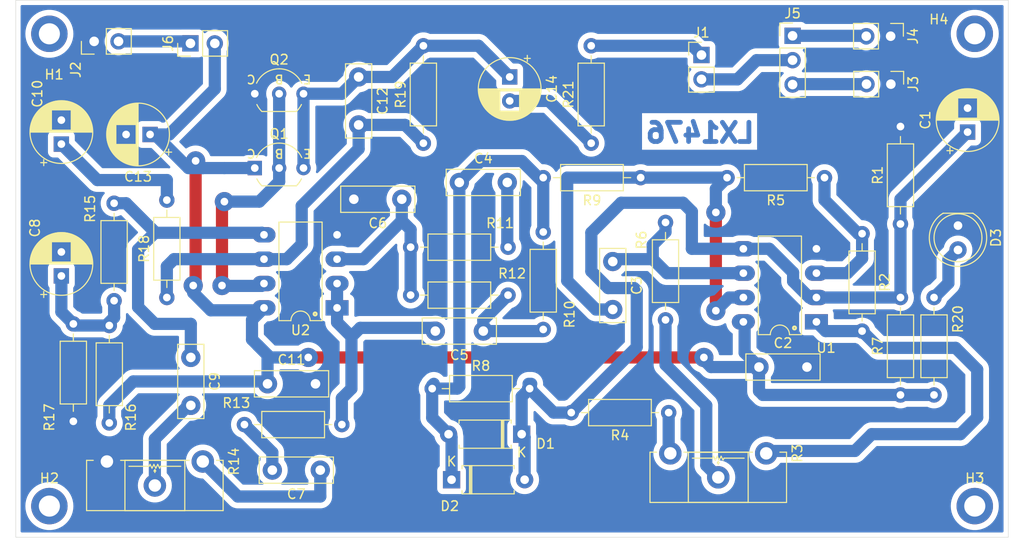
<source format=kicad_pcb>
(kicad_pcb (version 20240108) (generator "pcbnew") (generator_version "8.0")
  (layers (0 "F.Cu" signal) (31 "B.Cu" signal) (34 "B.Paste" user) (35 "F.Paste" user) (36 "B.SilkS" user "B.Silkscreen") (37 "F.SilkS" user "F.Silkscreen") (38 "B.Mask" user) (39 "F.Mask" user) (44 "Edge.Cuts" user))
  (net 0 "")
  (net 1 "GND")
  (net 2 "Net-(D1-K)")
  (net 3 "Net-(J6-Pin_2)")
  (net 4 "Net-(C3-Pad2)")
  (net 5 "Net-(U1B--)")
  (net 6 "Net-(D1-A)")
  (net 7 "Net-(C4-Pad2)")
  (net 8 "Net-(C5-Pad1)")
  (net 9 "Net-(U2A--)")
  (net 10 "Net-(U2A-+)")
  (net 11 "Net-(C7-Pad2)")
  (net 12 "Net-(C7-Pad1)")
  (net 13 "Net-(C8-Pad1)")
  (net 14 "Net-(U2B-+)")
  (net 15 "Net-(C9-Pad2)")
  (net 16 "Net-(C10-Pad1)")
  (net 17 "Net-(Q1-E)")
  (net 18 "Net-(U2B--)")
  (net 19 "Net-(C14-Pad2)")
  (net 20 "Net-(D3-A)")
  (net 21 "Net-(J1-Pin_1)")
  (net 22 "Net-(J1-Pin_2)")
  (net 23 "Net-(J2-Pin_2)")
  (net 24 "Net-(J3-Pin_2)")
  (net 25 "Net-(J4-Pin_2)")
  (net 26 "Net-(Q1-B)")
  (net 27 "Net-(R2-Pad2)")
  (net 28 "Net-(U1A-+)")
  (net 29 "Net-(R3-Pad3)")
  (net 30 "Net-(R3-Pad2)")
  (footprint "MountingHole:MountingHole_2.2mm_M2_ISO14580_Pad" (layer "F.Cu") (at 199.5 118.75)
    (property "Reference" "H3" (at 0 -2.9 0) (layer "F.SilkS"))
    (property "Value" "MountingHole")
    (pad "1" thru_hole circle (at 0 0) (size 3.8 3.8) (drill 2.2) (layers "*.Cu" "*.Mask"))
  )
  (footprint "Capacitor_THT:CP_Radial_D6.3mm_P2.50mm" (layer "F.Cu") (at 151 74 -90)
    (property "Reference" "C14" (at 1.25 -4.4 90) (layer "F.SilkS"))
    (property "Value" "220u")
    (pad "1" thru_hole rect (at 0 0 270) (size 1.6 1.6) (drill 0.8) (layers "*.Cu" "*.Mask") (net 17 "Net-(Q1-E)"))
    (pad "2" thru_hole circle (at 2.5 0 270) (size 1.6 1.6) (drill 0.8) (layers "*.Cu" "*.Mask") (net 19 "Net-(C14-Pad2)"))
  )
  (footprint "PCM_Package_TO_SOT_THT_AKL:TO-92_Inline_Wide_CBE" (layer "F.Cu") (at 124.42 75.75)
    (property "Reference" "Q2" (at 2.54 -3.56 0) (layer "F.SilkS"))
    (property "Value" "BC557" (hide yes))
    (fp_text user "E" (at 5.461 -1.524 180) (layer "F.SilkS") (effects (font (size 0.9 0.9))))
    (fp_text user "C" (at -0.381 -1.524 180) (layer "F.SilkS") (effects (font (size 0.9 0.9))))
    (fp_text user "B" (at 2.54 -1.524 180) (layer "F.SilkS") (effects (font (size 0.9 0.9))))
    (pad "1" thru_hole rect (at 0 0 90) (size 1.5 1.5) (drill 0.8) (layers "*.Cu" "*.Mask") (net 1 "GND"))
    (pad "2" thru_hole circle (at 2.54 0 90) (size 1.5 1.5) (drill 0.8) (layers "*.Cu" "*.Mask") (net 26 "Net-(Q1-B)"))
    (pad "3" thru_hole circle (at 5.08 0 90) (size 1.5 1.5) (drill 0.8) (layers "*.Cu" "*.Mask") (net 17 "Net-(Q1-E)"))
  )
  (footprint "Resistor_THT:R_Axial_DIN0207_L6.3mm_D2.5mm_P10.16mm_Horizontal" (layer "F.Cu") (at 183.83 84.5 180)
    (property "Reference" "R5" (at 5.08 -2.37 0) (layer "F.SilkS"))
    (property "Value" "5.6k")
    (pad "1" thru_hole circle (at 0 0 180) (size 1.6 1.6) (drill 0.8) (layers "*.Cu" "*.Mask") (net 28 "Net-(U1A-+)"))
    (pad "2" thru_hole oval (at 10.16 0 180) (size 1.6 1.6) (drill 0.8) (layers "*.Cu" "*.Mask") (net 4 "Net-(C3-Pad2)"))
  )
  (footprint "Resistor_THT:R_Axial_DIN0207_L6.3mm_D2.5mm_P10.16mm_Horizontal" (layer "F.Cu") (at 167.58 109 180)
    (property "Reference" "R4" (at 5.08 -2.37 0) (layer "F.SilkS"))
    (property "Value" "8.2k")
    (pad "1" thru_hole circle (at 0 0 180) (size 1.6 1.6) (drill 0.8) (layers "*.Cu" "*.Mask") (net 29 "Net-(R3-Pad3)"))
    (pad "2" thru_hole oval (at 10.16 0 180) (size 1.6 1.6) (drill 0.8) (layers "*.Cu" "*.Mask") (net 2 "Net-(D1-K)"))
  )
  (footprint "Resistor_THT:R_Axial_DIN0207_L6.3mm_D2.5mm_P10.16mm_Horizontal" (layer "F.Cu") (at 154.5 100.33 90)
    (property "Reference" "R10" (at 1.58 2.75 90) (layer "F.SilkS"))
    (property "Value" "47k")
    (pad "1" thru_hole circle (at 0 0 90) (size 1.6 1.6) (drill 0.8) (layers "*.Cu" "*.Mask") (net 8 "Net-(C5-Pad1)"))
    (pad "2" thru_hole oval (at 10.16 0 90) (size 1.6 1.6) (drill 0.8) (layers "*.Cu" "*.Mask") (net 6 "Net-(D1-A)"))
  )
  (footprint "Resistor_THT:R_Axial_DIN0207_L6.3mm_D2.5mm_P10.16mm_Horizontal" (layer "F.Cu") (at 105.5 99.75 -90)
    (property "Reference" "R17" (at 9.75 2.5 90) (layer "F.SilkS"))
    (property "Value" "10k")
    (pad "1" thru_hole circle (at 0 0 270) (size 1.6 1.6) (drill 0.8) (layers "*.Cu" "*.Mask") (net 13 "Net-(C8-Pad1)"))
    (pad "2" thru_hole oval (at 10.16 0 270) (size 1.6 1.6) (drill 0.8) (layers "*.Cu" "*.Mask") (net 1 "GND"))
  )
  (footprint "Capacitor_THT:C_Disc_D7.5mm_W2.5mm_P5.00mm" (layer "F.Cu") (at 117.75 103.25 -90)
    (property "Reference" "C9" (at 2.5 -2.5 90) (layer "F.SilkS"))
    (property "Value" "220n")
    (pad "1" thru_hole circle (at 0 0 270) (size 2 2) (drill 1) (layers "*.Cu" "*.Mask") (net 14 "Net-(U2B-+)"))
    (pad "2" thru_hole circle (at 5 0 270) (size 2 2) (drill 1) (layers "*.Cu" "*.Mask") (net 15 "Net-(C9-Pad2)"))
  )
  (footprint "MountingHole:MountingHole_2.2mm_M2_ISO14580_Pad" (layer "F.Cu") (at 103 118.75)
    (property "Reference" "H2" (at 0 -2.9 0) (layer "F.SilkS"))
    (property "Value" "MountingHole")
    (pad "1" thru_hole circle (at 0 0) (size 3.8 3.8) (drill 2.2) (layers "*.Cu" "*.Mask"))
  )
  (footprint "Resistor_THT:R_Axial_DIN0207_L6.3mm_D2.5mm_P10.16mm_Horizontal" (layer "F.Cu") (at 191.75 107.16 90)
    (property "Reference" "R7" (at 5.08 -2.37 90) (layer "F.SilkS"))
    (property "Value" "10k")
    (pad "1" thru_hole circle (at 0 0 90) (size 1.6 1.6) (drill 0.8) (layers "*.Cu" "*.Mask") (net 3 "Net-(J6-Pin_2)"))
    (pad "2" thru_hole oval (at 10.16 0 90) (size 1.6 1.6) (drill 0.8) (layers "*.Cu" "*.Mask") (net 2 "Net-(D1-K)"))
  )
  (footprint "MountingHole:MountingHole_2.2mm_M2_ISO14580_Pad" (layer "F.Cu") (at 103 69.5)
    (property "Reference" "H1" (at 0.5 4.25 0) (layer "F.SilkS"))
    (property "Value" "MountingHole")
    (pad "1" thru_hole circle (at 0 0) (size 3.8 3.8) (drill 2.2) (layers "*.Cu" "*.Mask"))
  )
  (footprint "Connector_PinHeader_2.54mm:PinHeader_1x02_P2.54mm_Vertical" (layer "F.Cu") (at 107.67 70.29 90)
    (property "Reference" "J2" (at -2.96 -1.92 90) (layer "F.SilkS"))
    (property "Value" "alim")
    (pad "1" thru_hole rect (at 0 0 90) (size 1.7 1.7) (drill 1) (layers "*.Cu" "*.Mask") (net 1 "GND"))
    (pad "2" thru_hole oval (at 0 2.54 90) (size 1.7 1.7) (drill 1) (layers "*.Cu" "*.Mask") (net 23 "Net-(J2-Pin_2)"))
  )
  (footprint "MountingHole:MountingHole_2.2mm_M2_ISO14580_Pad" (layer "F.Cu") (at 199.5 69.5)
    (property "Reference" "H4" (at -3.75 -1.5 0) (layer "F.SilkS"))
    (property "Value" "MountingHole")
    (pad "1" thru_hole circle (at 0 0) (size 3.8 3.8) (drill 2.2) (layers "*.Cu" "*.Mask"))
  )
  (footprint "Connector_PinHeader_2.54mm:PinHeader_1x02_P2.54mm_Vertical" (layer "F.Cu") (at 190.75 74.75 -90)
    (property "Reference" "J3" (at 0 -2.33 90) (layer "F.SilkS"))
    (property "Value" "altop")
    (pad "1" thru_hole rect (at 0 0 270) (size 1.7 1.7) (drill 1) (layers "*.Cu" "*.Mask") (net 1 "GND"))
    (pad "2" thru_hole oval (at 0 2.54 270) (size 1.7 1.7) (drill 1) (layers "*.Cu" "*.Mask") (net 24 "Net-(J3-Pin_2)"))
  )
  (footprint "Capacitor_THT:C_Disc_D7.5mm_W2.5mm_P5.00mm" (layer "F.Cu") (at 135.25 74 -90)
    (property "Reference" "C12" (at 2.5 -2.5 90) (layer "F.SilkS"))
    (property "Value" "2.2n")
    (pad "1" thru_hole circle (at 0 0 270) (size 2 2) (drill 1) (layers "*.Cu" "*.Mask") (net 17 "Net-(Q1-E)"))
    (pad "2" thru_hole circle (at 5 0 270) (size 2 2) (drill 1) (layers "*.Cu" "*.Mask") (net 18 "Net-(U2B--)"))
  )
  (footprint "Connector_PinHeader_2.54mm:PinHeader_1x02_P2.54mm_Vertical" (layer "F.Cu") (at 190.725 69.75 -90)
    (property "Reference" "J4" (at 0 -2.33 90) (layer "F.SilkS"))
    (property "Value" "cuffia")
    (pad "1" thru_hole rect (at 0 0 270) (size 1.7 1.7) (drill 1) (layers "*.Cu" "*.Mask") (net 1 "GND"))
    (pad "2" thru_hole oval (at 0 2.54 270) (size 1.7 1.7) (drill 1) (layers "*.Cu" "*.Mask") (net 25 "Net-(J4-Pin_2)"))
  )
  (footprint "PCM_Potentiometer_THT_US_AKL:Potentiometer_ACP_CA14-H2,5_Horizontal" (layer "F.Cu") (at 119 114.1 -90)
    (property "Reference" "R14" (at 0 -3.25 -90) (layer "F.SilkS"))
    (property "Value" "47k" (hide yes))
    (pad "1" thru_hole circle (at 0 0 270) (size 2.34 2.34) (drill 1.3) (layers "*.Cu" "*.Mask") (net 12 "Net-(C7-Pad1)"))
    (pad "2" thru_hole circle (at 2.5 5 270) (size 2.34 2.34) (drill 1.3) (layers "*.Cu" "*.Mask") (net 15 "Net-(C9-Pad2)"))
    (pad "3" thru_hole circle (at 0 10 270) (size 2.34 2.34) (drill 1.3) (layers "*.Cu" "*.Mask") (net 1 "GND"))
  )
  (footprint "Resistor_THT:R_Axial_DIN0207_L6.3mm_D2.5mm_P10.16mm_Horizontal" (layer "F.Cu") (at 187.75 90.34 -90)
    (property "Reference" "R2" (at 5.08 -2.37 90) (layer "F.SilkS"))
    (property "Value" "10k")
    (pad "1" thru_hole circle (at 0 0 270) (size 1.6 1.6) (drill 0.8) (layers "*.Cu" "*.Mask") (net 28 "Net-(U1A-+)"))
    (pad "2" thru_hole oval (at 10.16 0 270) (size 1.6 1.6) (drill 0.8) (layers "*.Cu" "*.Mask") (net 27 "Net-(R2-Pad2)"))
  )
  (footprint "Capacitor_THT:CP_Radial_D6.3mm_P2.50mm" (layer "F.Cu") (at 104.25 81 90)
    (property "Reference" "C10" (at 5.25 -2.5 90) (layer "F.SilkS"))
    (property "Value" "10u")
    (pad "1" thru_hole rect (at 0 0 90) (size 1.6 1.6) (drill 0.8) (layers "*.Cu" "*.Mask") (net 16 "Net-(C10-Pad1)"))
    (pad "2" thru_hole circle (at 2.5 0 90) (size 1.6 1.6) (drill 0.8) (layers "*.Cu" "*.Mask") (net 1 "GND"))
  )
  (footprint "Connector_PinHeader_2.54mm:PinHeader_1x03_P2.54mm_Vertical" (layer "F.Cu") (at 180.5 69.71)
    (property "Reference" "J5" (at 0 -2.33 0) (layer "F.SilkS"))
    (property "Value" "sw a/c")
    (pad "1" thru_hole rect (at 0 0) (size 1.7 1.7) (drill 1) (layers "*.Cu" "*.Mask") (net 25 "Net-(J4-Pin_2)"))
    (pad "2" thru_hole oval (at 0 2.54) (size 1.7 1.7) (drill 1) (layers "*.Cu" "*.Mask") (net 22 "Net-(J1-Pin_2)"))
    (pad "3" thru_hole oval (at 0 5.08) (size 1.7 1.7) (drill 1) (layers "*.Cu" "*.Mask") (net 24 "Net-(J3-Pin_2)"))
  )
  (footprint "Capacitor_THT:C_Disc_D7.5mm_W2.5mm_P5.00mm" (layer "F.Cu") (at 139.75 86.75 180)
    (property "Reference" "C6" (at 2.5 -2.5 0) (layer "F.SilkS"))
    (property "Value" "2.2n")
    (pad "1" thru_hole circle (at 0 0 180) (size 2 2) (drill 1) (layers "*.Cu" "*.Mask") (net 10 "Net-(U2A-+)"))
    (pad "2" thru_hole circle (at 5 0 180) (size 2 2) (drill 1) (layers "*.Cu" "*.Mask") (net 1 "GND"))
  )
  (footprint "Capacitor_THT:C_Disc_D7.5mm_W2.5mm_P5.00mm" (layer "F.Cu") (at 161.75 93.25 -90)
    (property "Reference" "C3" (at 2.5 -2.5 90) (layer "F.SilkS"))
    (property "Value" "47n")
    (pad "1" thru_hole circle (at 0 0 270) (size 2 2) (drill 1) (layers "*.Cu" "*.Mask") (net 5 "Net-(U1B--)"))
    (pad "2" thru_hole circle (at 5 0 270) (size 2 2) (drill 1) (layers "*.Cu" "*.Mask") (net 4 "Net-(C3-Pad2)"))
  )
  (footprint "Resistor_THT:R_Axial_DIN0207_L6.3mm_D2.5mm_P10.16mm_Horizontal" (layer "F.Cu") (at 164.66 84.5 180)
    (property "Reference" "R9" (at 5.08 -2.37 0) (layer "F.SilkS"))
    (property "Value" "100k")
    (pad "1" thru_hole circle (at 0 0 180) (size 1.6 1.6) (drill 0.8) (layers "*.Cu" "*.Mask") (net 4 "Net-(C3-Pad2)"))
    (pad "2" thru_hole oval (at 10.16 0 180) (size 1.6 1.6) (drill 0.8) (layers "*.Cu" "*.Mask") (net 6 "Net-(D1-A)"))
  )
  (footprint "PCM_Package_TO_SOT_THT_AKL:TO-92_Inline_Wide_CBE" (layer "F.Cu") (at 124.42 83.5)
    (property "Reference" "Q1" (at 2.54 -3.56 0) (layer "F.SilkS"))
    (property "Value" "BC547" (hide yes))
    (fp_text user "B" (at 2.54 -1.524 180) (layer "F.SilkS") (effects (font (size 0.9 0.9))))
    (fp_text user "C" (at -0.381 -1.524 180) (layer "F.SilkS") (effects (font (size 0.9 0.9))))
    (fp_text user "E" (at 5.461 -1.524 180) (layer "F.SilkS") (effects (font (size 0.9 0.9))))
    (pad "1" thru_hole rect (at 0 0 90) (size 1.5 1.5) (drill 0.8) (layers "*.Cu" "*.Mask") (net 3 "Net-(J6-Pin_2)"))
    (pad "2" thru_hole circle (at 2.54 0 90) (size 1.5 1.5) (drill 0.8) (layers "*.Cu" "*.Mask") (net 26 "Net-(Q1-B)"))
    (pad "3" thru_hole circle (at 5.08 0 90) (size 1.5 1.5) (drill 0.8) (layers "*.Cu" "*.Mask") (net 17 "Net-(Q1-E)"))
  )
  (footprint "Capacitor_THT:CP_Radial_D6.3mm_P2.50mm" (layer "F.Cu") (at 104.25 94.75 90)
    (property "Reference" "C8" (at 5 -2.75 90) (layer "F.SilkS"))
    (property "Value" "10u")
    (pad "1" thru_hole rect (at 0 0 90) (size 1.6 1.6) (drill 0.8) (layers "*.Cu" "*.Mask") (net 13 "Net-(C8-Pad1)"))
    (pad "2" thru_hole circle (at 2.5 0 90) (size 1.6 1.6) (drill 0.8) (layers "*.Cu" "*.Mask") (net 1 "GND"))
  )
  (footprint "Diode_THT:D_A-405_P7.62mm_Horizontal" (layer "F.Cu") (at 144.94 116)
    (property "Reference" "D2" (at -0.19 2.75 0) (layer "F.SilkS"))
    (property "Value" "1n4150")
    (fp_text user "K" (at 0 -1.9 0) (layer "F.SilkS"))
    (pad "1" thru_hole rect (at 0 0) (size 1.8 1.8) (drill 0.9) (layers "*.Cu" "*.Mask") (net 6 "Net-(D1-A)"))
    (pad "2" thru_hole oval (at 7.62 0) (size 1.8 1.8) (drill 0.9) (layers "*.Cu" "*.Mask") (net 2 "Net-(D1-K)"))
  )
  (footprint "LED_THT:LED_D5.0mm_Clear" (layer "F.Cu") (at 197.75 89.5 -90)
    (property "Reference" "D3" (at 1.27 -3.96 90) (layer "F.SilkS"))
    (property "Value" "LED")
    (pad "1" thru_hole rect (at 0 0 270) (size 1.8 1.8) (drill 0.9) (layers "*.Cu" "*.Mask") (net 1 "GND"))
    (pad "2" thru_hole circle (at 2.54 0 270) (size 1.8 1.8) (drill 0.9) (layers "*.Cu" "*.Mask") (net 20 "Net-(D3-A)"))
  )
  (footprint "Capacitor_THT:CP_Radial_D6.3mm_P2.50mm" (layer "F.Cu") (at 198.75 79.75 90)
    (property "Reference" "C1" (at 1.25 -4.4 90) (layer "F.SilkS"))
    (property "Value" "10u")
    (pad "1" thru_hole rect (at 0 0 90) (size 1.6 1.6) (drill 0.8) (layers "*.Cu" "*.Mask") (net 2 "Net-(D1-K)"))
    (pad "2" thru_hole circle (at 2.5 0 90) (size 1.6 1.6) (drill 0.8) (layers "*.Cu" "*.Mask") (net 1 "GND"))
  )
  (footprint "Diode_THT:D_A-405_P7.62mm_Horizontal" (layer "F.Cu") (at 152.25 111.25 180)
    (property "Reference" "D1" (at -2.5 -1 0) (layer "F.SilkS"))
    (property "Value" "1n4150")
    (fp_text user "K" (at 0 -1.9 0) (layer "F.SilkS"))
    (pad "1" thru_hole rect (at 0 0 180) (size 1.8 1.8) (drill 0.9) (layers "*.Cu" "*.Mask") (net 2 "Net-(D1-K)"))
    (pad "2" thru_hole oval (at 7.62 0 180) (size 1.8 1.8) (drill 0.9) (layers "*.Cu" "*.Mask") (net 6 "Net-(D1-A)"))
  )
  (footprint "PCM_Package_DIP_AKL:DIP-8_W7.62mm_LongPads" (layer "F.Cu") (at 182.987925 99.54 180)
    (property "Reference" "U1" (at -1.012075 -2.71 0) (layer "F.SilkS"))
    (property "Value" "NE5532AP" (hide yes))
    (pad "1" thru_hole rect (at 0 0 180) (size 2.4 1.6) (drill 0.8) (layers "*.Cu" "*.Mask") (net 27 "Net-(R2-Pad2)"))
    (pad "2" thru_hole oval (at 0 2.54 180) (size 2.4 1.6) (drill 0.8) (layers "*.Cu" "*.Mask") (net 2 "Net-(D1-K)"))
    (pad "3" thru_hole oval (at 0 5.08 180) (size 2.4 1.6) (drill 0.8) (layers "*.Cu" "*.Mask") (net 28 "Net-(U1A-+)"))
    (pad "4" thru_hole oval (at 0 7.62 180) (size 2.4 1.6) (drill 0.8) (layers "*.Cu" "*.Mask") (net 1 "GND"))
    (pad "5" thru_hole oval (at 7.62 7.62 180) (size 2.4 1.6) (drill 0.8) (layers "*.Cu" "*.Mask") (net 2 "Net-(D1-K)"))
    (pad "6" thru_hole oval (at 7.62 5.08 180) (size 2.4 1.6) (drill 0.8) (layers "*.Cu" "*.Mask") (net 5 "Net-(U1B--)"))
    (pad "7" thru_hole oval (at 7.62 2.54 180) (size 2.4 1.6) (drill 0.8) (layers "*.Cu" "*.Mask") (net 4 "Net-(C3-Pad2)"))
    (pad "8" thru_hole oval (at 7.62 0 180) (size 2.4 1.6) (drill 0.8) (layers "*.Cu" "*.Mask") (net 3 "Net-(J6-Pin_2)"))
  )
  (footprint "Resistor_THT:R_Axial_DIN0207_L6.3mm_D2.5mm_P10.16mm_Horizontal" (layer "F.Cu") (at 159.5 80.91 90)
    (property "Reference" "R21" (at 5.08 -2.37 90) (layer "F.SilkS"))
    (property "Value" "1")
    (pad "1" thru_hole circle (at 0 0 90) (size 1.6 1.6) (drill 0.8) (layers "*.Cu" "*.Mask") (net 19 "Net-(C14-Pad2)"))
    (pad "2" thru_hole oval (at 10.16 0 90) (size 1.6 1.6) (drill 0.8) (layers "*.Cu" "*.Mask") (net 21 "Net-(J1-Pin_1)"))
  )
  (footprint "Resistor_THT:R_Axial_DIN0207_L6.3mm_D2.5mm_P10.16mm_Horizontal" (layer "F.Cu") (at 195.25 107.16 90)
    (property "Reference" "R20" (at 7.91 2.5 90) (layer "F.SilkS"))
    (property "Value" "1k")
    (pad "1" thru_hole circle (at 0 0 90) (size 1.6 1.6) (drill 0.8) (layers "*.Cu" "*.Mask") (net 3 "Net-(J6-Pin_2)"))
    (pad "2" thru_hole oval (at 10.16 0 90) (size 1.6 1.6) (drill 0.8) (layers "*.Cu" "*.Mask") (net 20 "Net-(D3-A)"))
  )
  (footprint "Resistor_THT:R_Axial_DIN0207_L6.3mm_D2.5mm_P10.16mm_Horizontal" (layer "F.Cu") (at 123.34 110.25)
    (property "Reference" "R13" (at -0.84 -2.25 0) (layer "F.SilkS"))
    (property "Value" "1k")
    (pad "1" thru_hole circle (at 0 0) (size 1.6 1.6) (drill 0.8) (layers "*.Cu" "*.Mask") (net 11 "Net-(C7-Pad2)"))
    (pad "2" thru_hole oval (at 10.16 0) (size 1.6 1.6) (drill 0.8) (layers "*.Cu" "*.Mask") (net 9 "Net-(U2A--)"))
  )
  (footprint "Connector_PinHeader_2.54mm:PinHeader_1x02_P2.54mm_Vertical" (layer "F.Cu") (at 171 71.71)
    (property "Reference" "J1" (at 0 -2.33 0) (layer "F.SilkS"))
    (property "Value" "tasto")
    (pad "1" thru_hole rect (at 0 0) (size 1.7 1.7) (drill 1) (layers "*.Cu" "*.Mask") (net 21 "Net-(J1-Pin_1)"))
    (pad "2" thru_hole oval (at 0 2.54) (size 1.7 1.7) (drill 1) (layers "*.Cu" "*.Mask") (net 22 "Net-(J1-Pin_2)"))
  )
  (footprint "Resistor_THT:R_Axial_DIN0207_L6.3mm_D2.5mm_P10.16mm_Horizontal" (layer "F.Cu") (at 109.75 97.33 90)
    (property "Reference" "R15" (at 9.58 -2.5 90) (layer "F.SilkS"))
    (property "Value" "47k")
    (pad "1" thru_hole circle (at 0 0 90) (size 1.6 1.6) (drill 0.8) (layers "*.Cu" "*.Mask") (net 13 "Net-(C8-Pad1)"))
    (pad "2" thru_hole oval (at 10.16 0 90) (size 1.6 1.6) (drill 0.8) (layers "*.Cu" "*.Mask") (net 14 "Net-(U2B-+)"))
  )
  (footprint "Capacitor_THT:C_Disc_D7.5mm_W2.5mm_P5.00mm" (layer "F.Cu") (at 145.75 85)
    (property "Reference" "C4" (at 2.5 -2.5 0) (layer "F.SilkS"))
    (property "Value" "47n")
    (pad "1" thru_hole circle (at 0 0) (size 2 2) (drill 1) (layers "*.Cu" "*.Mask") (net 6 "Net-(D1-A)"))
    (pad "2" thru_hole circle (at 5 0) (size 2 2) (drill 1) (layers "*.Cu" "*.Mask") (net 7 "Net-(C4-Pad2)"))
  )
  (footprint "PCM_Package_DIP_AKL:DIP-8_W7.62mm_LongPads" (layer "F.Cu") (at 133 98.08 180)
    (property "Reference" "U2" (at 3.81 -2.33 0) (layer "F.SilkS"))
    (property "Value" "NE5532AP" (hide yes))
    (pad "1" thru_hole rect (at 0 0 180) (size 2.4 1.6) (drill 0.8) (layers "*.Cu" "*.Mask") (net 9 "Net-(U2A--)"))
    (pad "2" thru_hole oval (at 0 2.54 180) (size 2.4 1.6) (drill 0.8) (layers "*.Cu" "*.Mask") (net 9 "Net-(U2A--)"))
    (pad "3" thru_hole oval (at 0 5.08 180) (size 2.4 1.6) (drill 0.8) (layers "*.Cu" "*.Mask") (net 10 "Net-(U2A-+)"))
    (pad "4" thru_hole oval (at 0 7.62 180) (size 2.4 1.6) (drill 0.8) (layers "*.Cu" "*.Mask") (net 1 "GND"))
    (pad "5" thru_hole oval (at 7.62 7.62 180) (size 2.4 1.6) (drill 0.8) (layers "*.Cu" "*.Mask") (net 14 "Net-(U2B-+)"))
    (pad "6" thru_hole oval (at 7.62 5.08 180) (size 2.4 1.6) (drill 0.8) (layers "*.Cu" "*.Mask") (net 18 "Net-(U2B--)"))
    (pad "7" thru_hole oval (at 7.62 2.54 180) (size 2.4 1.6) (drill 0.8) (layers "*.Cu" "*.Mask") (net 26 "Net-(Q1-B)"))
    (pad "8" thru_hole oval (at 7.62 0 180) (size 2.4 1.6) (drill 0.8) (layers "*.Cu" "*.Mask") (net 3 "Net-(J6-Pin_2)"))
  )
  (footprint "Resistor_THT:R_Axial_DIN0207_L6.3mm_D2.5mm_P10.16mm_Horizontal" (layer "F.Cu") (at 167.25 99.33 90)
    (property "Reference" "R6" (at 8.33 -2.5 90) (layer "F.SilkS"))
    (property "Value" "8.2k")
    (pad "1" thru_hole circle (at 0 0 90) (size 1.6 1.6) (drill 0.8) (layers "*.Cu" "*.Mask") (net 30 "Net-(R3-Pad2)"))
    (pad "2" thru_hole oval (at 10.16 0 90) (size 1.6 1.6) (drill 0.8) (layers "*.Cu" "*.Mask") (net 5 "Net-(U1B--)"))
  )
  (footprint "Resistor_THT:R_Axial_DIN0207_L6.3mm_D2.5mm_P10.16mm_Horizontal" (layer "F.Cu") (at 191.75 89.33 90)
    (property "Reference" "R1" (at 5.08 -2.37 90) (layer "F.SilkS"))
    (property "Value" "10k")
    (pad "1" thru_hole circle (at 0 0 90) (size 1.6 1.6) (drill 0.8) (layers "*.Cu" "*.Mask") (net 2 "Net-(D1-K)"))
    (pad "2" thru_hole oval (at 10.16 0 90) (size 1.6 1.6) (drill 0.8) (layers "*.Cu" "*.Mask") (net 1 "GND"))
  )
  (footprint "Resistor_THT:R_Axial_DIN0207_L6.3mm_D2.5mm_P10.16mm_Horizontal" (layer "F.Cu") (at 142 80.91 90)
    (property "Reference" "R19" (at 5.08 -2.37 90) (layer "F.SilkS"))
    (property "Value" "47k")
    (pad "1" thru_hole circle (at 0 0 90) (size 1.6 1.6) (drill 0.8) (layers "*.Cu" "*.Mask") (net 18 "Net-(U2B--)"))
    (pad "2" thru_hole oval (at 10.16 0 90) (size 1.6 1.6) (drill 0.8) (layers "*.Cu" "*.Mask") (net 17 "Net-(Q1-E)"))
  )
  (footprint "Capacitor_THT:CP_Radial_D6.3mm_P2.50mm" (layer "F.Cu") (at 113.5 80 180)
    (property "Reference" "C13" (at 1.25 -4.4 0) (layer "F.SilkS"))
    (property "Value" "100u")
    (pad "1" thru_hole rect (at 0 0 180) (size 1.6 1.6) (drill 0.8) (layers "*.Cu" "*.Mask") (net 3 "Net-(J6-Pin_2)"))
    (pad "2" thru_hole circle (at 2.5 0 180) (size 1.6 1.6) (drill 0.8) (layers "*.Cu" "*.Mask") (net 1 "GND"))
  )
  (footprint "Resistor_THT:R_Axial_DIN0207_L6.3mm_D2.5mm_P10.16mm_Horizontal" (layer "F.Cu") (at 150.83 91.75 180)
    (property "Reference" "R11" (at 0.83 2.5 0) (layer "F.SilkS"))
    (property "Value" "6.8k")
    (pad "1" thru_hole circle (at 0 0 180) (size 1.6 1.6) (drill 0.8) (layers "*.Cu" "*.Mask") (net 7 "Net-(C4-Pad2)"))
    (pad "2" thru_hole oval (at 10.16 0 180) (size 1.6 1.6) (drill 0.8) (layers "*.Cu" "*.Mask") (net 10 "Net-(U2A-+)"))
  )
  (footprint "Resistor_THT:R_Axial_DIN0207_L6.3mm_D2.5mm_P10.16mm_Horizontal" (layer "F.Cu") (at 142.92 106.5)
    (property "Reference" "R8" (at 5.08 -2.37 0) (layer "F.SilkS"))
    (property "Value" "47k")
    (pad "1" thru_hole circle (at 0 0) (size 1.6 1.6) (drill 0.8) (layers "*.Cu" "*.Mask") (net 6 "Net-(D1-A)"))
    (pad "2" thru_hole oval (at 10.16 0) (size 1.6 1.6) (drill 0.8) (layers "*.Cu" "*.Mask") (net 2 "Net-(D1-K)"))
  )
  (footprint "PCM_Potentiometer_THT_US_AKL:Potentiometer_ACP_CA14-H2,5_Horizontal" (layer "F.Cu") (at 177.75 113.25 -90)
    (property "Reference" "R3" (at 0 -3.25 -90) (layer "F.SilkS"))
    (property "Value" "4.7k" (hide yes))
    (pad "1" thru_hole circle (at 0 0 270) (size 2.34 2.34) (drill 1.3) (layers "*.Cu" "*.Mask") (net 27 "Net-(R2-Pad2)"))
    (pad "2" thru_hole circle (at 2.5 5 270) (size 2.34 2.34) (drill 1.3) (layers "*.Cu" "*.Mask") (net 30 "Net-(R3-Pad2)"))
    (pad "3" thru_hole circle (at 0 10 270) (size 2.34 2.34) (drill 1.3) (layers "*.Cu" "*.Mask") (net 29 "Net-(R3-Pad3)"))
  )
  (footprint "Resistor_THT:R_Axial_DIN0207_L6.3mm_D2.5mm_P10.16mm_Horizontal" (layer "F.Cu") (at 115.25 97 90)
    (property "Reference" "R18" (at 5.08 -2.37 90) (layer "F.SilkS"))
    (property "Value" "3.9k")
    (pad "1" thru_hole circle (at 0 0 90) (size 1.6 1.6) (drill 0.8) (layers "*.Cu" "*.Mask") (net 18 "Net-(U2B--)"))
    (pad "2" thru_hole oval (at 10.16 0 90) (size 1.6 1.6) (drill 0.8) (layers "*.Cu" "*.Mask") (net 16 "Net-(C10-Pad1)"))
  )
  (footprint "Capacitor_THT:C_Disc_D7.5mm_W2.5mm_P5.00mm" (layer "F.Cu") (at 177 104.25)
    (property "Reference" "C2" (at 2.5 -2.5 0) (layer "F.SilkS"))
    (property "Value" "100n")
    (pad "1" thru_hole circle (at 0 0) (size 2 2) (drill 1) (layers "*.Cu" "*.Mask") (net 3 "Net-(J6-Pin_2)"))
    (pad "2" thru_hole circle (at 5 0) (size 2 2) (drill 1) (layers "*.Cu" "*.Mask") (net 1 "GND"))
  )
  (footprint "Connector_PinHeader_2.54mm:PinHeader_1x02_P2.54mm_Vertical" (layer "F.Cu") (at 117.71 70.5 90)
    (property "Reference" "J6" (at 0 -2.33 90) (layer "F.SilkS"))
    (property "Value" "on/ff")
    (pad "1" thru_hole rect (at 0 0 90) (size 1.7 1.7) (drill 1) (layers "*.Cu" "*.Mask") (net 23 "Net-(J2-Pin_2)"))
    (pad "2" thru_hole oval (at 0 2.54 90) (size 1.7 1.7) (drill 1) (layers "*.Cu" "*.Mask") (net 3 "Net-(J6-Pin_2)"))
  )
  (footprint "Capacitor_THT:C_Disc_D7.5mm_W2.5mm_P5.00mm" (layer "F.Cu") (at 125.75 106)
    (property "Reference" "C11" (at 2.5 -2.5 0) (layer "F.SilkS"))
    (property "Value" "100n")
    (pad "1" thru_hole circle (at 0 0) (size 2 2) (drill 1) (layers "*.Cu" "*.Mask") (net 3 "Net-(J6-Pin_2)"))
    (pad "2" thru_hole circle (at 5 0) (size 2 2) (drill 1) (layers "*.Cu" "*.Mask") (net 1 "GND"))
  )
  (footprint "Capacitor_THT:C_Disc_D7.5mm_W2.5mm_P5.00mm" (layer "F.Cu") (at 131.25 115 180)
    (property "Reference" "C7" (at 2.5 -2.5 0) (layer "F.SilkS"))
    (property "Value" "220n")
    (pad "1" thru_hole circle (at 0 0 180) (size 2 2) (drill 1) (layers "*.Cu" "*.Mask") (net 12 "Net-(C7-Pad1)"))
    (pad "2" thru_hole circle (at 5 0 180) (size 2 2) (drill 1) (layers "*.Cu" "*.Mask") (net 11 "Net-(C7-Pad2)"))
  )
  (footprint "Capacitor_THT:C_Disc_D7.5mm_W2.5mm_P5.00mm" (layer "F.Cu") (at 148.25 100.5 180)
    (property "Reference" "C5" (at 2.5 -2.5 0) (layer "F.SilkS"))
    (property "Value" "3.9n")
    (pad "1" thru_hole circle (at 0 0 180) (size 2 2) (drill 1) (layers "*.Cu" "*.Mask") (net 8 "Net-(C5-Pad1)"))
    (pad "2" thru_hole circle (at 5 0 180) (size 2 2) (drill 1) (layers "*.Cu" "*.Mask") (net 9 "Net-(U2A--)"))
  )
  (footprint "Resistor_THT:R_Axial_DIN0207_L6.3mm_D2.5mm_P10.16mm_Horizontal" (layer "F.Cu") (at 109.25 110.08 90)
    (property "Reference" "R16" (at 0.58 2.25 90) (layer "F.SilkS"))
    (property "Value" "10k")
    (pad "1" thru_hole circle (at 0 0 90) (size 1.6 1.6) (drill 0.8) (layers "*.Cu" "*.Mask") (net 3 "Net-(J6-Pin_2)"))
    (pad "2" thru_hole oval (at 10.16 0 90) (size 1.6 1.6) (drill 0.8) (layers "*.Cu" "*.Mask") (net 13 "Net-(C8-Pad1)"))
  )
  (footprint "Resistor_THT:R_Axial_DIN0207_L6.3mm_D2.5mm_P10.16mm_Horizontal" (layer "F.Cu") (at 150.83 96.75 180)
    (property "Reference" "R12" (at -0.42 2.25 0) (layer "F.SilkS"))
    (property "Value" "47k")
    (pad "1" thru_hole circle (at 0 0 180) (size 1.6 1.6) (drill 0.8) (layers "*.Cu" "*.Mask") (net 8 "Net-(C5-Pad1)"))
    (pad "2" thru_hole oval (at 10.16 0 180) (size 1.6 1.6) (drill 0.8) (layers "*.Cu" "*.Mask") (net 10 "Net-(U2A-+)"))
  )
  (gr_rect (start 99.5 66) (end 203 122) (stroke (width 0.05)) (fill none) (layer "Edge.Cuts"))
  (gr_text "LX1476" (at 176.75 81 0) (layer "B.Cu") (effects (font (size 2 2) (thickness 0.5) (bold yes)) (justify left bottom mirror)))
  (segment (start 106.6 114.1) (end 105.5 113) (width 1.27) (layer "B.Cu") (net 1))
  (segment (start 109 114.1) (end 106.6 114.1) (width 1.27) (layer "B.Cu") (net 1))
  (segment (start 105.5 113) (end 105.5 109.91) (width 1.27) (layer "B.Cu") (net 1))
  (segment (start 182.25 97) (end 180.552925 95.302925) (width 1.27) (layer "B.Cu") (net 2))
  (segment (start 169.077925 87.12) (end 170 88.042075) (width 1.27) (layer "B.Cu") (net 2))
  (segment (start 159.515 94.265) (end 159.515 90.235) (width 1.27) (layer "B.Cu") (net 2))
  (segment (start 157.34 109.08) (end 164.25 102.17) (width 1.27) (layer "B.Cu") (net 2))
  (segment (start 153.25 106) (end 152.97 106) (width 1.27) (layer "B.Cu") (net 2))
  (segment (start 164.25 102.17) (end 164.25 96.295) (width 1.27) (layer "B.Cu") (net 2))
  (segment (start 191.75 97) (end 191.75 89.33) (width 1.27) (layer "B.Cu") (net 2))
  (segment (start 162.63 87.12) (end 169.077925 87.12) (width 1.27) (layer "B.Cu") (net 2))
  (segment (start 161.265 96.015) (end 159.515 94.265) (width 1.27) (layer "B.Cu") (net 2))
  (segment (start 163.97 96.015) (end 161.265 96.015) (width 1.27) (layer "B.Cu") (net 2))
  (segment (start 157.17 109.08) (end 157.34 109.08) (width 1.27) (layer "B.Cu") (net 2))
  (segment (start 180.552925 94.395) (end 178.077925 91.92) (width 1.27) (layer "B.Cu") (net 2))
  (segment (start 191.75 86.75) (end 198.75 79.75) (width 1.27) (layer "B.Cu") (net 2))
  (segment (start 152.25 107.33) (end 153.08 106.5) (width 1.27) (layer "B.Cu") (net 2))
  (segment (start 182.987925 97) (end 182.25 97) (width 1.27) (layer "B.Cu") (net 2))
  (segment (start 180.552925 95.302925) (end 180.552925 94.395) (width 1.27) (layer "B.Cu") (net 2))
  (segment (start 182.987925 97) (end 183.027925 97.04) (width 1.27) (layer "B.Cu") (net 2))
  (segment (start 155.58 109) (end 153.08 106.5) (width 1.27) (layer "B.Cu") (net 2))
  (segment (start 152.56 116) (end 152.56 111.56) (width 1.27) (layer "B.Cu") (net 2))
  (segment (start 191.75 89.33) (end 191.75 86.75) (width 1.27) (layer "B.Cu") (net 2))
  (segment (start 170 91.92) (end 175.367925 91.92) (width 1.27) (layer "B.Cu") (net 2))
  (segment (start 152.56 111.56) (end 152.25 111.25) (width 1.27) (layer "B.Cu") (net 2))
  (segment (start 157.42 109) (end 155.58 109) (width 1.27) (layer "B.Cu") (net 2))
  (segment (start 182.987925 97) (end 191.75 97) (width 1.27) (layer "B.Cu") (net 2))
  (segment (start 164.25 96.295) (end 163.97 96.015) (width 1.27) (layer "B.Cu") (net 2))
  (segment (start 170 88.042075) (end 170 91.92) (width 1.27) (layer "B.Cu") (net 2))
  (segment (start 159.515 90.235) (end 162.63 87.12) (width 1.27) (layer "B.Cu") (net 2))
  (segment (start 152.25 111.25) (end 152.25 107.33) (width 1.27) (layer "B.Cu") (net 2))
  (segment (start 178.077925 91.92) (end 175.367925 91.92) (width 1.27) (layer "B.Cu") (net 2))
  (segment (start 130 103.25) (end 171.25 103.25) (width 1.27) (layer "F.Cu") (net 3))
  (segment (start 118.25 82.75) (end 118.25 95.5) (width 1.27) (layer "F.Cu") (net 3))
  (segment (start 118.25 95.5) (end 118 95.75) (width 1.27) (layer "F.Cu") (net 3))
  (via (at 118.25 82.75) (size 2) (drill 0.8) (layers "F.Cu" "B.Cu") (net 3))
  (via (at 171.25 103.25) (size 2) (drill 0.8) (layers "F.Cu" "B.Cu") (net 3))
  (via (at 130 103.25) (size 2) (drill 0.8) (layers "F.Cu" "B.Cu") (net 3))
  (via (at 118 95.75) (size 2) (drill 0.8) (layers "F.Cu" "B.Cu") (net 3))
  (segment (start 126 103.25) (end 124.75 102) (width 1.27) (layer "B.Cu") (net 3))
  (segment (start 124.13 101.38) (end 124.75 102) (width 1.27) (layer "B.Cu") (net 3))
  (segment (start 119 83.5) (end 117.5 83.5) (width 1.27) (layer "B.Cu") (net 3))
  (segment (start 118 95.75) (end 118 96.5) (width 1.27) (layer "B.Cu") (net 3))
  (segment (start 113.5 80) (end 115.5 80) (width 1.27) (layer "B.Cu") (net 3))
  (segment (start 125.75 106) (end 125.75 103) (width 1.27) (layer "B.Cu") (net 3))
  (segment (start 109.25 108.25) (end 111.75 105.75) (width 1.27) (layer "B.Cu") (net 3))
  (segment (start 172 104.25) (end 171.25 103.5) (width 1.27) (layer "B.Cu") (net 3))
  (segment (start 111.75 105.75) (end 125.5 105.75) (width 1.27) (layer "B.Cu") (net 3))
  (segment (start 118 96.5) (end 119.83 98.33) (width 1.27) (layer "B.Cu") (net 3))
  (segment (start 119 83.5) (end 118.25 82.75) (width 1.27) (layer "B.Cu") (net 3))
  (segment (start 125.5 105.75) (end 125.75 106) (width 1.27) (layer "B.Cu") (net 3))
  (segment (start 177 104.25) (end 172 104.25) (width 1.27) (layer "B.Cu") (net 3))
  (segment (start 177.41 107.16) (end 177 106.75) (width 1.27) (layer "B.Cu") (net 3))
  (segment (start 115.5 80) (end 120.25 75.25) (width 1.27) (layer "B.Cu") (net 3))
  (segment (start 114 80) (end 113.5 80) (width 1.27) (layer "B.Cu") (net 3))
  (segment (start 121.25 83.5) (end 119 83.5) (width 1.27) (layer "B.Cu") (net 3))
  (segment (start 119.83 98.33) (end 125.13 98.33) (width 1.27) (layer "B.Cu") (net 3))
  (segment (start 195.25 107.16) (end 177.41 107.16) (width 1.27) (layer "B.Cu") (net 3))
  (segment (start 175.5 99.672075) (end 175.5 102.75) (width 1.27) (layer "B.Cu") (net 3))
  (segment (start 125.75 103) (end 124.75 102) (width 1.27) (layer "B.Cu") (net 3))
  (segment (start 130 103.25) (end 126 103.25) (width 1.27) (layer "B.Cu") (net 3))
  (segment (start 120.25 75.25) (end 120.25 70.5) (width 1.27) (layer "B.Cu") (net 3))
  (segment (start 177 106.75) (end 177 104.25) (width 1.27) (layer "B.Cu") (net 3))
  (segment (start 171.25 103.5) (end 171.25 103.25) (width 1.27) (layer "B.Cu") (net 3))
  (segment (start 175.367925 99.54) (end 175.5 99.672075) (width 1.27) (layer "B.Cu") (net 3))
  (segment (start 117.5 83.5) (end 114 80) (width 1.27) (layer "B.Cu") (net 3))
  (segment (start 124.13 99.33) (end 124.13 101.38) (width 1.27) (layer "B.Cu") (net 3))
  (segment (start 125.13 98.33) (end 124.13 99.33) (width 1.27) (layer "B.Cu") (net 3))
  (segment (start 124.42 83.5) (end 121.25 83.5) (width 1.27) (layer "B.Cu") (net 3))
  (segment (start 109.25 110.08) (end 109.25 108.25) (width 1.27) (layer "B.Cu") (net 3))
  (segment (start 175.5 102.75) (end 177 104.25) (width 1.27) (layer "B.Cu") (net 3))
  (segment (start 172.5 88.125) (end 172.5 98.375) (width 1.27) (layer "F.Cu") (net 4))
  (via (at 172.5 88.125) (size 2) (drill 0.8) (layers "F.Cu" "B.Cu") (net 4))
  (via (at 172.5 98.375) (size 2) (drill 0.8) (layers "F.Cu" "B.Cu") (net 4))
  (segment (start 161.75 98.25) (end 160 98.25) (width 1.27) (layer "B.Cu") (net 4))
  (segment (start 157 95.25) (end 157 84.5) (width 1.27) (layer "B.Cu") (net 4))
  (segment (start 172.5 85.67) (end 172.5 88.125) (width 1.27) (layer "B.Cu") (net 4))
  (segment (start 175.407925 96.96) (end 175.367925 97) (width 1.27) (layer "B.Cu") (net 4))
  (segment (start 175.367925 97) (end 173.875 97) (width 1.27) (layer "B.Cu") (net 4))
  (segment (start 157 84.5) (end 173.67 84.5) (width 1.27) (layer "B.Cu") (net 4))
  (segment (start 173.875 97) (end 172.5 98.375) (width 1.27) (layer "B.Cu") (net 4))
  (segment (start 160 98.25) (end 157 95.25) (width 1.27) (layer "B.Cu") (net 4))
  (segment (start 173.67 84.5) (end 172.5 85.67) (width 1.27) (layer "B.Cu") (net 4))
  (segment (start 167.25 90.17) (end 167.25 89.17) (width 1.27) (layer "B.Cu") (net 5))
  (segment (start 165.92 93) (end 167.38 94.46) (width 1.27) (layer "B.Cu") (net 5))
  (segment (start 165.92 93) (end 165.92 91.5) (width 1.27) (layer "B.Cu") (net 5))
  (segment (start 162.25 93) (end 165.92 93) (width 1.27) (layer "B.Cu") (net 5))
  (segment (start 167.38 94.46) (end 175.367925 94.46) (width 1.27) (layer "B.Cu") (net 5))
  (segment (start 165.92 91.5) (end 167.25 90.17) (width 1.27) (layer "B.Cu") (net 5))
  (segment (start 147.985 82.765) (end 152.265 82.765) (width 1.27) (layer "B.Cu") (net 6))
  (segment (start 152.265 82.765) (end 154.5 85) (width 1.27) (layer "B.Cu") (net 6))
  (segment (start 145.75 106.28) (end 145.75 85) (width 1.27) (layer "B.Cu") (net 6))
  (segment (start 145.53 106.5) (end 145.75 106.28) (width 1.27) (layer "B.Cu") (net 6))
  (segment (start 143.09 106) (end 142.92 106.17) (width 1.27) (layer "B.Cu") (net 6))
  (segment (start 144.94 111.56) (end 144.94 116) (width 1.27) (layer "B.Cu") (net 6))
  (segment (start 142.92 109.54) (end 144.94 111.56) (width 1.27) (layer "B.Cu") (net 6))
  (segment (start 142.92 106.17) (end 142.92 109.54) (width 1.27) (layer "B.Cu") (net 6))
  (segment (start 154.5 85) (end 154.5 90.17) (width 1.27) (layer "B.Cu") (net 6))
  (segment (start 145.75 85) (end 147.985 82.765) (width 1.27) (layer "B.Cu") (net 6))
  (segment (start 142.92 106.5) (end 145.53 106.5) (width 1.27) (layer "B.Cu") (net 6))
  (segment (start 150.75 85) (end 150.75 91.67) (width 1.27) (layer "B.Cu") (net 7))
  (segment (start 150.75 91.67) (end 150.83 91.75) (width 1.27) (layer "B.Cu") (net 7))
  (segment (start 148.25 100.5) (end 154.33 100.5) (width 1.27) (layer "B.Cu") (net 8))
  (segment (start 148.25 99.33) (end 150.83 96.75) (width 1.27) (layer "B.Cu") (net 8))
  (segment (start 154.33 100.5) (end 154.5 100.33) (width 1.27) (layer "B.Cu") (net 8))
  (segment (start 148.25 100.5) (end 148.25 99.33) (width 1.27) (layer "B.Cu") (net 8))
  (segment (start 142.915 100.165) (end 143.25 100.5) (width 1.27) (layer "B.Cu") (net 9))
  (segment (start 135.415 100.165) (end 142.915 100.165) (width 1.27) (layer "B.Cu") (net 9))
  (segment (start 133.5 107.5) (end 134.5 106.5) (width 1.27) (layer "B.Cu") (net 9))
  (segment (start 133 99.58) (end 134.5 101.08) (width 1.27) (layer "B.Cu") (net 9))
  (segment (start 143.25 100.5) (end 143.5 100.5) (width 1.27) (layer "B.Cu") (net 9))
  (segment (start 133 95.54) (end 133 99.58) (width 1.27) (layer "B.Cu") (net 9))
  (segment (start 134.5 101.08) (end 135.415 100.165) (width 1.27) (layer "B.Cu") (net 9))
  (segment (start 134.5 106.5) (end 134.5 101.08) (width 1.27) (layer "B.Cu") (net 9))
  (segment (start 133.5 110.25) (end 133.5 107.5) (width 1.27) (layer "B.Cu") (net 9))
  (segment (start 140.67 91.75) (end 140.67 89.92) (width 1.27) (layer "B.Cu") (net 10))
  (segment (start 140.67 89.92) (end 139.75 89) (width 1.27) (layer "B.Cu") (net 10))
  (segment (start 140.67 96.5) (end 140.92 96.75) (width 1.27) (layer "B.Cu") (net 10))
  (segment (start 139.75 89) (end 139.75 86.75) (width 1.27) (layer "B.Cu") (net 10))
  (segment (start 135.75 93) (end 139.75 89) (width 1.27) (layer "B.Cu") (net 10))
  (segment (start 133 93) (end 135.75 93) (width 1.27) (layer "B.Cu") (net 10))
  (segment (start 140.67 96.75) (end 140.67 91.75) (width 1.27) (layer "B.Cu") (net 10))
  (segment (start 126.25 113.16) (end 123.34 110.25) (width 1.27) (layer "B.Cu") (net 11))
  (segment (start 126.25 115) (end 126.25 113.16) (width 1.27) (layer "B.Cu") (net 11))
  (segment (start 122.65 117.75) (end 131.25 117.75) (width 1.27) (layer "B.Cu") (net 12))
  (segment (start 131.25 117.75) (end 131.25 115) (width 1.27) (layer "B.Cu") (net 12))
  (segment (start 119 114.1) (end 122.65 117.75) (width 1.27) (layer "B.Cu") (net 12))
  (segment (start 109.75 97.33) (end 109.75 99.08) (width 1.27) (layer "B.Cu") (net 13))
  (segment (start 105.67 99.92) (end 105.5 99.75) (width 1.27) (layer "B.Cu") (net 13))
  (segment (start 104.25 94.75) (end 104.25 98.5) (width 1.27) (layer "B.Cu") (net 13))
  (segment (start 108.91 99.92) (end 105.67 99.92) (width 1.27) (layer "B.Cu") (net 13))
  (segment (start 109.75 99.08) (end 108.91 99.92) (width 1.27) (layer "B.Cu") (net 13))
  (segment (start 104.25 98.5) (end 105.5 99.75) (width 1.27) (layer "B.Cu") (net 13))
  (segment (start 111 87.17) (end 109.75 87.17) (width 1.27) (layer "B.Cu") (net 14))
  (segment (start 117.75 103) (end 117.75 99.75) (width 1.27) (layer "B.Cu") (net 14))
  (segment (start 125.38 90.46) (end 125.17 90.25) (width 1.27) (layer "B.Cu") (net 14))
  (segment (start 114 99.75) (end 112.25 98) (width 1.27) (layer "B.Cu") (net 14))
  (segment (start 117.75 99.75) (end 114 99.75) (width 1.27) (layer "B.Cu") (net 14))
  (segment (start 125.17 90.25) (end 114.08 90.25) (width 1.27) (layer "B.Cu") (net 14))
  (segment (start 114.08 90.25) (end 111 87.17) (width 1.27) (layer "B.Cu") (net 14))
  (segment (start 112.25 98) (end 112.25 92) (width 1.27) (layer "B.Cu") (net 14))
  (segment (start 114 90.25) (end 114.08 90.25) (width 1.27) (layer "B.Cu") (net 14))
  (segment (start 112.25 92) (end 114 90.25) (width 1.27) (layer "B.Cu") (net 14))
  (segment (start 117.75 108.5) (end 117.75 108.25) (width 1.27) (layer "B.Cu") (net 15))
  (segment (start 117.75 108.25) (end 117.5 108.25) (width 1.27) (layer "B.Cu") (net 15))
  (segment (start 114 111.75) (end 114 116.6) (width 1.27) (layer "B.Cu") (net 15))
  (segment (start 117.5 108.25) (end 114 111.75) (width 1.27) (layer "B.Cu") (net 15))
  (segment (start 115.25 84.75) (end 108 84.75) (width 1.27) (layer "B.Cu") (net 16))
  (segment (start 115.25 86.84) (end 115.25 84.75) (width 1.27) (layer "B.Cu") (net 16))
  (segment (start 108 84.75) (end 104.25 81) (width 1.27) (layer "B.Cu") (net 16))
  (segment (start 133.5 75.75) (end 135.25 74) (width 1.27) (layer "B.Cu") (net 17))
  (segment (start 142 70.75) (end 147.75 70.75) (width 1.27) (layer "B.Cu") (net 17))
  (segment (start 129.5 75.75) (end 129.5 83.5) (width 1.27) (layer "B.Cu") (net 17))
  (segment (start 138.75 74) (end 142 70.75) (width 1.27) (layer "B.Cu") (net 17))
  (segment (start 129.5 75.75) (end 133.5 75.75) (width 1.27) (layer "B.Cu") (net 17))
  (segment (start 147.75 70.75) (end 151 74) (width 1.27) (layer "B.Cu") (net 17))
  (segment (start 135.25 74) (end 138.75 74) (width 1.27) (layer "B.Cu") (net 17))
  (segment (start 140.09 79) (end 142 80.91) (width 1.27) (layer "B.Cu") (net 18))
  (segment (start 115.25 93.75) (end 116 93) (width 1.27) (layer "B.Cu") (net 18))
  (segment (start 127.75 93) (end 125.38 93) (width 1.27) (layer "B.Cu") (net 18))
  (segment (start 135.25 81.5) (end 135.25 79) (width 1.27) (layer "B.Cu") (net 18))
  (segment (start 115.25 97) (end 115.25 93.75) (width 1.27) (layer "B.Cu") (net 18))
  (segment (start 129.315 91.435) (end 129.315 87.435) (width 1.27) (layer "B.Cu") (net 18))
  (segment (start 129.315 87.435) (end 135.25 81.5) (width 1.27) (layer "B.Cu") (net 18))
  (segment (start 129.315 91.435) (end 127.75 93) (width 1.27) (layer "B.Cu") (net 18))
  (segment (start 116 93) (end 125.38 93) (width 1.27) (layer "B.Cu") (net 18))
  (segment (start 135.25 79) (end 140.09 79) (width 1.27) (layer "B.Cu") (net 18))
  (segment (start 151 76.5) (end 155.09 76.5) (width 1.27) (layer "B.Cu") (net 19))
  (segment (start 155.09 76.5) (end 159.5 80.91) (width 1.27) (layer "B.Cu") (net 19))
  (segment (start 196.75 95.5) (end 196.75 93.04) (width 1.27) (layer "B.Cu") (net 20))
  (segment (start 195.25 97) (end 196.75 95.5) (width 1.27) (layer "B.Cu") (net 20))
  (segment (start 196.75 93.04) (end 197.75 92.04) (width 1.27) (layer "B.Cu") (net 20))
  (segment (start 170.04 70.75) (end 171 71.71) (width 1.27) (layer "B.Cu") (net 21))
  (segment (start 159.5 70.75) (end 170.04 70.75) (width 1.27) (layer "B.Cu") (net 21))
  (segment (start 176.75 72.25) (end 180.5 72.25) (width 1.27) (layer "B.Cu") (net 22))
  (segment (start 174.75 74.25) (end 176.75 72.25) (width 1.27) (layer "B.Cu") (net 22))
  (segment (start 171 74.25) (end 174.75 74.25) (width 1.27) (layer "B.Cu") (net 22))
  (segment (start 110.21 70.29) (end 117.5 70.29) (width 1.27) (layer "B.Cu") (net 23))
  (segment (start 117.5 70.29) (end 117.71 70.5) (width 1.27) (layer "B.Cu") (net 23))
  (segment (start 180.54 74.75) (end 180.5 74.79) (width 1.27) (layer "B.Cu") (net 24))
  (segment (start 188.17 74.79) (end 188.21 74.75) (width 1.27) (layer "B.Cu") (net 24))
  (segment (start 188.21 74.75) (end 180.54 74.75) (width 1.27) (layer "B.Cu") (net 24))
  (segment (start 187.895 69.71) (end 188.185 70) (width 1.27) (layer "B.Cu") (net 25))
  (segment (start 180.5 69.71) (end 188.145 69.71) (width 1.27) (layer "B.Cu") (net 25))
  (segment (start 188.145 69.71) (end 188.185 69.75) (width 1.27) (layer "B.Cu") (net 25))
  (segment (start 121 87.25) (end 121 95.75) (width 1.27) (layer "F.Cu") (net 26))
  (segment (start 121.25 87) (end 121 87.25) (width 1.27) (layer "F.Cu") (net 26))
  (via (at 121 95.75) (size 2) (drill 0.8) (layers "F.Cu" "B.Cu") (net 26))
  (via (at 121.25 87) (size 2) (drill 0.8) (layers "F.Cu" "B.Cu") (net 26))
  (segment (start 126.96 75.75) (end 126.96 83.5) (width 1.27) (layer "B.Cu") (net 26))
  (segment (start 121.25 87) (end 124.89 87) (width 1.27) (layer "B.Cu") (net 26))
  (segment (start 121.04 95.79) (end 125.13 95.79) (width 1.27) (layer "B.Cu") (net 26))
  (segment (start 121 95.75) (end 121.04 95.79) (width 1.27) (layer "B.Cu") (net 26))
  (segment (start 125.13 95.79) (end 125.38 95.54) (width 1.27) (layer "B.Cu") (net 26))
  (segment (start 124.89 87) (end 126.96 84.93) (width 1.27) (layer "B.Cu") (net 26))
  (segment (start 126.96 84.93) (end 126.96 83.5) (width 1.27) (layer "B.Cu") (net 26))
  (segment (start 187.75 100.5) (end 183.947925 100.5) (width 1.27) (layer "B.Cu") (net 27))
  (segment (start 178 113) (end 177.75 113.25) (width 1.27) (layer "B.Cu") (net 27))
  (segment (start 199.75 104.5) (end 199.75 109.5) (width 1.27) (layer "B.Cu") (net 27))
  (segment (start 189.5 102.25) (end 197.5 102.25) (width 1.27) (layer "B.Cu") (net 27))
  (segment (start 187.75 100.5) (end 189.5 102.25) (width 1.27) (layer "B.Cu") (net 27))
  (segment (start 198 111.25) (end 188.75 111.25) (width 1.27) (layer "B.Cu") (net 27))
  (segment (start 197.5 102.25) (end 199.75 104.5) (width 1.27) (layer "B.Cu") (net 27))
  (segment (start 187 113) (end 178 113) (width 1.27) (layer "B.Cu") (net 27))
  (segment (start 183.947925 100.5) (end 182.987925 99.54) (width 1.27) (layer "B.Cu") (net 27))
  (segment (start 188.75 111.25) (end 187 113) (width 1.27) (layer "B.Cu") (net 27))
  (segment (start 199.75 109.5) (end 198 111.25) (width 1.27) (layer "B.Cu") (net 27))
  (segment (start 187.75 90.34) (end 187.34 90.34) (width 1.27) (layer "B.Cu") (net 28))
  (segment (start 182.987925 94.46) (end 186.207925 94.46) (width 1.27) (layer "B.Cu") (net 28))
  (segment (start 186.207925 94.46) (end 187.75 92.917925) (width 1.27) (layer "B.Cu") (net 28))
  (segment (start 187.75 92.917925) (end 187.75 90.34) (width 1.27) (layer "B.Cu") (net 28))
  (segment (start 183.83 86.83) (end 183.83 84.5) (width 1.27) (layer "B.Cu") (net 28))
  (segment (start 187.34 90.34) (end 183.83 86.83) (width 1.27) (layer "B.Cu") (net 28))
  (segment (start 167.58 109) (end 167.58 113) (width 1.27) (layer "B.Cu") (net 29))
  (segment (start 171.5 108.25) (end 171.5 114.5) (width 1.27) (layer "B.Cu") (net 30))
  (segment (start 167.25 99.33) (end 167.25 104) (width 1.27) (layer "B.Cu") (net 30))
  (segment (start 171.5 114.5) (end 172.75 115.75) (width 1.27) (layer "B.Cu") (net 30))
  (segment (start 167.25 104) (end 171.5 108.25) (width 1.27) (layer "B.Cu") (net 30))
  (zone (net 1) (net_name "GND") (layer "B.Cu") (connect_pads yes (clearance 0.5)) (min_thickness 0.25) (fill yes (thermal_gap 0.5) (thermal_bridge_width 0.5))
    (polygon (pts (xy 99.5 66) (xy 203 66) (xy 203 122) (xy 99.5 122)))
  )
)
</source>
